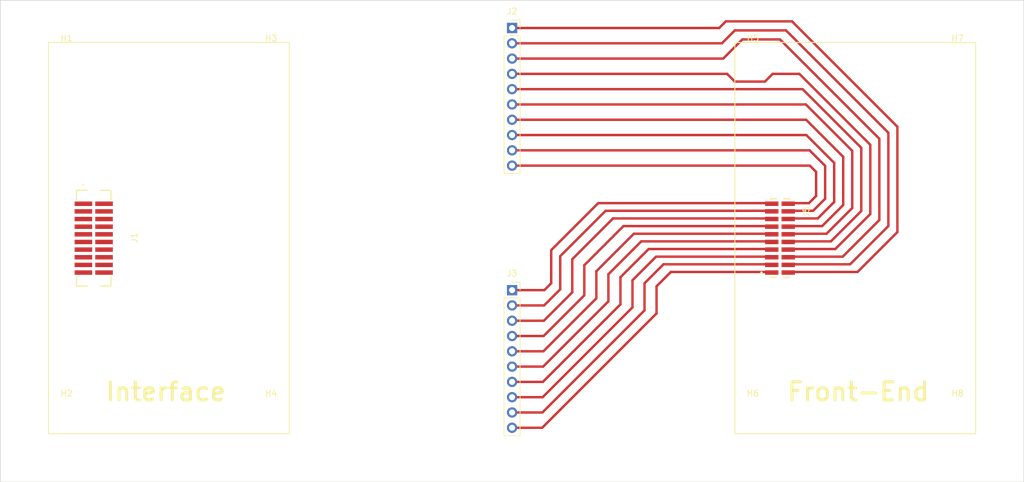
<source format=kicad_pcb>
(kicad_pcb (version 20211014) (generator pcbnew)
  (layers (0 "F.Cu" signal) (31 "B.Cu" signal) (34 "B.Paste" user) (35 "F.Paste" user) (36 "B.SilkS" user "B.Silkscreen") (37 "F.SilkS" user "F.Silkscreen") (38 "B.Mask" user) (39 "F.Mask" user) (44 "Edge.Cuts" user))
  (net 0 "")
  (net 1 "Net-(J1-Pad01)")
  (net 2 "Net-(J1-Pad02)")
  (net 3 "Net-(J1-Pad03)")
  (net 4 "Net-(J1-Pad04)")
  (net 5 "Net-(J1-Pad05)")
  (net 6 "Net-(J1-Pad06)")
  (net 7 "Net-(J1-Pad07)")
  (net 8 "Net-(J1-Pad08)")
  (net 9 "Net-(J1-Pad09)")
  (net 10 "Net-(J1-Pad10)")
  (net 11 "Net-(J1-Pad11)")
  (net 12 "Net-(J1-Pad12)")
  (net 13 "Net-(J1-Pad13)")
  (net 14 "Net-(J1-Pad14)")
  (net 15 "Net-(J1-Pad15)")
  (net 16 "Net-(J1-Pad16)")
  (net 17 "Net-(J1-Pad17)")
  (net 18 "Net-(J1-Pad18)")
  (net 19 "Net-(J1-Pad19)")
  (net 20 "Net-(J1-Pad20)")
  (footprint "MountingHole:MountingHole_2.7mm_M2.5" (layer "F.Cu") (at 100 60)
    (fp_text reference "H3" (at 0 -3.7) (layer "F.SilkS"))
    (fp_text value "MountingHole")
    (pad "" np_thru_hole circle (at 0 0) (size 2.7 2.7) (drill 2.7) (layers *.Cu *.Mask))
  )
  (footprint "MountingHole:MountingHole_2.7mm_M2.5" (layer "F.Cu") (at 180 119)
    (fp_text reference "H6" (at 0 -3.7) (layer "F.SilkS"))
    (fp_text value "MountingHole")
    (pad "" np_thru_hole circle (at 0 0) (size 2.7 2.7) (drill 2.7) (layers *.Cu *.Mask))
  )
  (footprint "MountingHole:MountingHole_2.7mm_M2.5" (layer "F.Cu") (at 214 60)
    (fp_text reference "H7" (at 0 -3.7) (layer "F.SilkS"))
    (fp_text value "MountingHole")
    (pad "" np_thru_hole circle (at 0 0) (size 2.7 2.7) (drill 2.7) (layers *.Cu *.Mask))
  )
  (footprint "MountingHole:MountingHole_2.7mm_M2.5" (layer "F.Cu") (at 214 119)
    (fp_text reference "H8" (at 0 -3.7) (layer "F.SilkS"))
    (fp_text value "MountingHole")
    (pad "" np_thru_hole circle (at 0 0) (size 2.7 2.7) (drill 2.7) (layers *.Cu *.Mask))
  )
  (footprint "Connector_PinSocket_2.54mm:PinSocket_1x10_P2.54mm_Vertical" (layer "F.Cu") (at 140 98.14)
    (fp_text reference "J3" (at 0 -2.77) (layer "F.SilkS"))
    (fp_text value "Conn_01x10")
    (fp_line (start -1.33 1.27) (end -1.33 24.19) (layer "F.SilkS") (width 0.12))
    (fp_line (start 0 -1.33) (end 1.33 -1.33) (layer "F.SilkS") (width 0.12))
    (fp_line (start 1.33 1.27) (end 1.33 24.19) (layer "F.SilkS") (width 0.12))
    (fp_line (start -1.33 24.19) (end 1.33 24.19) (layer "F.SilkS") (width 0.12))
    (fp_line (start -1.33 1.27) (end 1.33 1.27) (layer "F.SilkS") (width 0.12))
    (fp_line (start 1.33 -1.33) (end 1.33 0) (layer "F.SilkS") (width 0.12))
    (pad "1" thru_hole rect (at 0 0) (size 1.7 1.7) (drill 1) (layers *.Cu *.Mask) (net 20 "Net-(J1-Pad20)"))
    (pad "2" thru_hole oval (at 0 2.54) (size 1.7 1.7) (drill 1) (layers *.Cu *.Mask) (net 18 "Net-(J1-Pad18)"))
    (pad "3" thru_hole oval (at 0 5.08) (size 1.7 1.7) (drill 1) (layers *.Cu *.Mask) (net 16 "Net-(J1-Pad16)"))
    (pad "4" thru_hole oval (at 0 7.62) (size 1.7 1.7) (drill 1) (layers *.Cu *.Mask) (net 14 "Net-(J1-Pad14)"))
    (pad "5" thru_hole oval (at 0 10.16) (size 1.7 1.7) (drill 1) (layers *.Cu *.Mask) (net 12 "Net-(J1-Pad12)"))
    (pad "6" thru_hole oval (at 0 12.7) (size 1.7 1.7) (drill 1) (layers *.Cu *.Mask) (net 10 "Net-(J1-Pad10)"))
    (pad "7" thru_hole oval (at 0 15.24) (size 1.7 1.7) (drill 1) (layers *.Cu *.Mask) (net 8 "Net-(J1-Pad08)"))
    (pad "8" thru_hole oval (at 0 17.78) (size 1.7 1.7) (drill 1) (layers *.Cu *.Mask) (net 6 "Net-(J1-Pad06)"))
    (pad "9" thru_hole oval (at 0 20.32) (size 1.7 1.7) (drill 1) (layers *.Cu *.Mask) (net 4 "Net-(J1-Pad04)"))
    (pad "10" thru_hole oval (at 0 22.86) (size 1.7 1.7) (drill 1) (layers *.Cu *.Mask) (net 2 "Net-(J1-Pad02)"))
  )
  (footprint "MountingHole:MountingHole_2.7mm_M2.5" (layer "F.Cu") (at 100 119)
    (fp_text reference "H4" (at 0 -3.7) (layer "F.SilkS"))
    (fp_text value "MountingHole")
    (pad "" np_thru_hole circle (at 0 0) (size 2.7 2.7) (drill 2.7) (layers *.Cu *.Mask))
  )
  (footprint "MountingHole:MountingHole_2.7mm_M2.5" (layer "F.Cu") (at 66 60)
    (fp_text reference "H1" (at 0 -3.7) (layer "F.SilkS"))
    (fp_text value "MountingHole")
    (pad "" np_thru_hole circle (at 0 0) (size 2.7 2.7) (drill 2.7) (layers *.Cu *.Mask))
  )
  (footprint "GGS_Connectors:SAMTEC_TFC-110-02-F-D-A-P-FR" (layer "F.Cu") (at 70.5 89.5 -90)
    (fp_text reference "J1" (at -0.05 -6.775 -90) (layer "F.SilkS"))
    (fp_text value "TFC-110-02-F-D-A-P-FR")
    (fp_line (start 7.945 -1.079) (end 7.945 -2.875) (layer "F.SilkS") (width 0.2))
    (fp_line (start -7.935 -2.875) (end -7.935 -1.079) (layer "F.SilkS") (width 0.2))
    (fp_line (start -7.935 -2.875) (end -6.43 -2.875) (layer "F.SilkS") (width 0.2))
    (fp_line (start 7.945 2.845) (end 7.945 1.049) (layer "F.SilkS") (width 0.2))
    (fp_line (start -7.935 1.049) (end -7.935 2.845) (layer "F.SilkS") (width 0.2))
    (fp_line (start 6.44 2.845) (end 7.945 2.845) (layer "F.SilkS") (width 0.2))
    (fp_line (start 6.44 -2.875) (end 7.945 -2.875) (layer "F.SilkS") (width 0.2))
    (fp_line (start -6.43 2.845) (end -7.935 2.845) (layer "F.SilkS") (width 0.2))
    (fp_circle (center -8.835 1.7) (end -8.735 1.7) (layer "F.SilkS") (width 0.2) (fill none))
    (pad "" np_thru_hole circle (at -7.3 -0.015 270) (size 1.42 1.42) (drill 1.42) (layers *.Cu *.Mask))
    (pad "" np_thru_hole circle (at 7.31 -0.015 270) (size 1.42 1.42) (drill 1.42) (layers *.Cu *.Mask))
    (pad "01" smd rect (at -5.71 1.7 270) (size 0.74 2.92) (layers "F.Cu" "F.Paste" "F.Mask") (net 1 "Net-(J1-Pad01)"))
    (pad "02" smd rect (at -5.71 -1.73 270) (size 0.74 2.92) (layers "F.Cu" "F.Paste" "F.Mask") (net 2 "Net-(J1-Pad02)"))
    (pad "03" smd rect (at -4.44 1.7 270) (size 0.74 2.92) (layers "F.Cu" "F.Paste" "F.Mask") (net 3 "Net-(J1-Pad03)"))
    (pad "04" smd rect (at -4.44 -1.73 270) (size 0.74 2.92) (layers "F.Cu" "F.Paste" "F.Mask") (net 4 "Net-(J1-Pad04)"))
    (pad "05" smd rect (at -3.17 1.7 270) (size 0.74 2.92) (layers "F.Cu" "F.Paste" "F.Mask") (net 5 "Net-(J1-Pad05)"))
    (pad "06" smd rect (at -3.17 -1.73 270) (size 0.74 2.92) (layers "F.Cu" "F.Paste" "F.Mask") (net 6 "Net-(J1-Pad06)"))
    (pad "07" smd rect (at -1.9 1.7 270) (size 0.74 2.92) (layers "F.Cu" "F.Paste" "F.Mask") (net 7 "Net-(J1-Pad07)"))
    (pad "08" smd rect (at -1.9 -1.73 270) (size 0.74 2.92) (layers "F.Cu" "F.Paste" "F.Mask") (net 8 "Net-(J1-Pad08)"))
    (pad "09" smd rect (at -0.63 1.7 270) (size 0.74 2.92) (layers "F.Cu" "F.Paste" "F.Mask") (net 9 "Net-(J1-Pad09)"))
    (pad "10" smd rect (at -0.63 -1.73 270) (size 0.74 2.92) (layers "F.Cu" "F.Paste" "F.Mask") (net 10 "Net-(J1-Pad10)"))
    (pad "11" smd rect (at 0.64 1.7 270) (size 0.74 2.92) (layers "F.Cu" "F.Paste" "F.Mask") (net 11 "Net-(J1-Pad11)"))
    (pad "12" smd rect (at 0.64 -1.73 270) (size 0.74 2.92) (layers "F.Cu" "F.Paste" "F.Mask") (net 12 "Net-(J1-Pad12)"))
    (pad "13" smd rect (at 1.91 1.7 270) (size 0.74 2.92) (layers "F.Cu" "F.Paste" "F.Mask") (net 13 "Net-(J1-Pad13)"))
    (pad "14" smd rect (at 1.91 -1.73 270) (size 0.74 2.92) (layers "F.Cu" "F.Paste" "F.Mask") (net 14 "Net-(J1-Pad14)"))
    (pad "15" smd rect (at 3.18 1.7 270) (size 0.74 2.92) (layers "F.Cu" "F.Paste" "F.Mask") (net 15 "Net-(J1-Pad15)"))
    (pad "16" smd rect (at 3.18 -1.73 270) (size 0.74 2.92) (layers "F.Cu" "F.Paste" "F.Mask") (net 16 "Net-(J1-Pad16)"))
    (pad "17" smd rect (at 4.45 1.7 270) (size 0.74 2.92) (layers "F.Cu" "F.Paste" "F.Mask") (net 17 "Net-(J1-Pad17)"))
    (pad "18" smd rect (at 4.45 -1.73 270) (size 0.74 2.92) (layers "F.Cu" "F.Paste" "F.Mask") (net 18 "Net-(J1-Pad18)"))
    (pad "19" smd rect (at 5.72 1.7 270) (size 0.74 2.92) (layers "F.Cu" "F.Paste" "F.Mask") (net 19 "Net-(J1-Pad19)"))
    (pad "20" smd rect (at 5.72 -1.73 270) (size 0.74 2.92) (layers "F.Cu" "F.Paste" "F.Mask") (net 20 "Net-(J1-Pad20)"))
  )
  (footprint "GGS_Connectors:SAMTEC_SFC-110-T2-F-D-A-TR" (layer "F.Cu") (at 184.5 89.5 -90)
    (fp_text reference "J5" (at -4.365 -4.36 90) (layer "F.SilkS"))
    (fp_text value "TFC-110-02-F-D-A-P-FR")
    (fp_line (start 6.54 -1.525) (end 6.54 -0.635) (layer "F.SilkS") (width 0.2))
    (fp_line (start -6.54 1.525) (end -6.54 0.635) (layer "F.SilkS") (width 0.2))
    (fp_line (start -6.54 1.525) (end -6.435 1.525) (layer "F.SilkS") (width 0.2))
    (fp_line (start 6.54 1.525) (end 6.435 1.525) (layer "F.SilkS") (width 0.2))
    (fp_line (start -6.54 -1.525) (end -6.435 -1.525) (layer "F.SilkS") (width 0.2))
    (fp_line (start 6.54 1.525) (end 6.54 0.635) (layer "F.SilkS") (width 0.2))
    (fp_line (start 6.54 -1.525) (end 6.435 -1.525) (layer "F.SilkS") (width 0.2))
    (fp_line (start -6.54 -1.525) (end -6.54 -0.635) (layer "F.SilkS") (width 0.2))
    (fp_circle (center 5.715 3.075) (end 5.815 3.075) (layer "F.SilkS") (width 0.2) (fill none))
    (pad "" np_thru_hole circle (at -7.305 0 270) (size 1.42 1.42) (drill 1.42) (layers *.Cu *.Mask))
    (pad "" np_thru_hole circle (at 7.305 0 270) (size 1.42 1.42) (drill 1.42) (layers *.Cu *.Mask))
    (pad "01" smd rect (at 5.715 1.365 270) (size 0.74 2.22) (layers "F.Cu" "F.Paste" "F.Mask") (net 1 "Net-(J1-Pad01)"))
    (pad "02" smd rect (at 5.715 -1.365 270) (size 0.74 2.22) (layers "F.Cu" "F.Paste" "F.Mask") (net 2 "Net-(J1-Pad02)"))
    (pad "03" smd rect (at 4.445 1.365 270) (size 0.74 2.22) (layers "F.Cu" "F.Paste" "F.Mask") (net 3 "Net-(J1-Pad03)"))
    (pad "04" smd rect (at 4.445 -1.365 270) (size 0.74 2.22) (layers "F.Cu" "F.Paste" "F.Mask") (net 4 "Net-(J1-Pad04)"))
    (pad "05" smd rect (at 3.175 1.365 270) (size 0.74 2.22) (layers "F.Cu" "F.Paste" "F.Mask") (net 5 "Net-(J1-Pad05)"))
    (pad "06" smd rect (at 3.175 -1.365 270) (size 0.74 2.22) (layers "F.Cu" "F.Paste" "F.Mask") (net 6 "Net-(J1-Pad06)"))
    (pad "07" smd rect (at 1.905 1.365 270) (size 0.74 2.22) (layers "F.Cu" "F.Paste" "F.Mask") (net 7 "Net-(J1-Pad07)"))
    (pad "08" smd rect (at 1.905 -1.365 270) (size 0.74 2.22) (layers "F.Cu" "F.Paste" "F.Mask") (net 8 "Net-(J1-Pad08)"))
    (pad "09" smd rect (at 0.635 1.365 270) (size 0.74 2.22) (layers "F.Cu" "F.Paste" "F.Mask") (net 9 "Net-(J1-Pad09)"))
    (pad "10" smd rect (at 0.635 -1.365 270) (size 0.74 2.22) (layers "F.Cu" "F.Paste" "F.Mask") (net 10 "Net-(J1-Pad10)"))
    (pad "11" smd rect (at -0.635 1.365 270) (size 0.74 2.22) (layers "F.Cu" "F.Paste" "F.Mask") (net 11 "Net-(J1-Pad11)"))
    (pad "12" smd rect (at -0.635 -1.365 270) (size 0.74 2.22) (layers "F.Cu" "F.Paste" "F.Mask") (net 12 "Net-(J1-Pad12)"))
    (pad "13" smd rect (at -1.905 1.365 270) (size 0.74 2.22) (layers "F.Cu" "F.Paste" "F.Mask") (net 13 "Net-(J1-Pad13)"))
    (pad "14" smd rect (at -1.905 -1.365 270) (size 0.74 2.22) (layers "F.Cu" "F.Paste" "F.Mask") (net 14 "Net-(J1-Pad14)"))
    (pad "15" smd rect (at -3.175 1.365 270) (size 0.74 2.22) (layers "F.Cu" "F.Paste" "F.Mask") (net 15 "Net-(J1-Pad15)"))
    (pad "16" smd rect (at -3.175 -1.365 270) (size 0.74 2.22) (layers "F.Cu" "F.Paste" "F.Mask") (net 16 "Net-(J1-Pad16)"))
    (pad "17" smd rect (at -4.445 1.365 270) (size 0.74 2.22) (layers "F.Cu" "F.Paste" "F.Mask") (net 17 "Net-(J1-Pad17)"))
    (pad "18" smd rect (at -4.445 -1.365 270) (size 0.74 2.22) (layers "F.Cu" "F.Paste" "F.Mask") (net 18 "Net-(J1-Pad18)"))
    (pad "19" smd rect (at -5.715 1.365 270) (size 0.74 2.22) (layers "F.Cu" "F.Paste" "F.Mask") (net 19 "Net-(J1-Pad19)"))
    (pad "20" smd rect (at -5.715 -1.365 270) (size 0.74 2.22) (layers "F.Cu" "F.Paste" "F.Mask") (net 20 "Net-(J1-Pad20)"))
  )
  (footprint "Connector_PinSocket_2.54mm:PinSocket_1x10_P2.54mm_Vertical" (layer "F.Cu") (at 140 54.6)
    (fp_text reference "J2" (at 0 -2.77) (layer "F.SilkS"))
    (fp_text value "Conn_01x10")
    (fp_line (start -1.33 1.27) (end -1.33 24.19) (layer "F.SilkS") (width 0.12))
    (fp_line (start -1.33 24.19) (end 1.33 24.19) (layer "F.SilkS") (width 0.12))
    (fp_line (start 1.33 1.27) (end 1.33 24.19) (layer "F.SilkS") (width 0.12))
    (fp_line (start 0 -1.33) (end 1.33 -1.33) (layer "F.SilkS") (width 0.12))
    (fp_line (start -1.33 1.27) (end 1.33 1.27) (layer "F.SilkS") (width 0.12))
    (fp_line (start 1.33 -1.33) (end 1.33 0) (layer "F.SilkS") (width 0.12))
    (pad "1" thru_hole rect (at 0 0) (size 1.7 1.7) (drill 1) (layers *.Cu *.Mask) (net 1 "Net-(J1-Pad01)"))
    (pad "2" thru_hole oval (at 0 2.54) (size 1.7 1.7) (drill 1) (layers *.Cu *.Mask) (net 3 "Net-(J1-Pad03)"))
    (pad "3" thru_hole oval (at 0 5.08) (size 1.7 1.7) (drill 1) (layers *.Cu *.Mask) (net 5 "Net-(J1-Pad05)"))
    (pad "4" thru_hole oval (at 0 7.62) (size 1.7 1.7) (drill 1) (layers *.Cu *.Mask) (net 7 "Net-(J1-Pad07)"))
    (pad "5" thru_hole oval (at 0 10.16) (size 1.7 1.7) (drill 1) (layers *.Cu *.Mask) (net 9 "Net-(J1-Pad09)"))
    (pad "6" thru_hole oval (at 0 12.7) (size 1.7 1.7) (drill 1) (layers *.Cu *.Mask) (net 11 "Net-(J1-Pad11)"))
    (pad "7" thru_hole oval (at 0 15.24) (size 1.7 1.7) (drill 1) (layers *.Cu *.Mask) (net 13 "Net-(J1-Pad13)"))
    (pad "8" thru_hole oval (at 0 17.78) (size 1.7 1.7) (drill 1) (layers *.Cu *.Mask) (net 15 "Net-(J1-Pad15)"))
    (pad "9" thru_hole oval (at 0 20.32) (size 1.7 1.7) (drill 1) (layers *.Cu *.Mask) (net 17 "Net-(J1-Pad17)"))
    (pad "10" thru_hole oval (at 0 22.86) (size 1.7 1.7) (drill 1) (layers *.Cu *.Mask) (net 19 "Net-(J1-Pad19)"))
  )
  (footprint "MountingHole:MountingHole_2.7mm_M2.5" (layer "F.Cu") (at 66 119)
    (fp_text reference "H2" (at 0 -3.7) (layer "F.SilkS"))
    (fp_text value "MountingHole")
    (pad "" np_thru_hole circle (at 0 0) (size 2.7 2.7) (drill 2.7) (layers *.Cu *.Mask))
  )
  (footprint "MountingHole:MountingHole_2.7mm_M2.5" (layer "F.Cu") (at 180 60)
    (fp_text reference "H5" (at 0 -3.7) (layer "F.SilkS"))
    (fp_text value "MountingHole")
    (pad "" np_thru_hole circle (at 0 0) (size 2.7 2.7) (drill 2.7) (layers *.Cu *.Mask))
  )
  (gr_rect (start 177 57) (end 217 122) (layer "F.SilkS") (width 0.15) (fill none))
  (gr_rect (start 63 57) (end 103 122) (layer "F.SilkS") (width 0.15) (fill none))
  (gr_rect (start 55 50) (end 225 130) (layer "Edge.Cuts") (width 0.1) (fill none))
  (gr_text "Front-End" (at 197.5 115) (layer "F.SilkS") (effects (font (size 3 3) (thickness 0.5))))
  (gr_text "Interface" (at 82.5 115) (layer "F.SilkS") (effects (font (size 3 3) (thickness 0.5))))
  (segment (start 204 71) (end 186.5 53.5) (width 0.4) (layer "F.Cu") (net 1))
  (segment (start 174.4 54.6) (end 140 54.6) (width 0.4) (layer "F.Cu") (net 1))
  (segment (start 204 88.5) (end 204 71) (width 0.4) (layer "F.Cu") (net 1))
  (segment (start 197.38 95.12) (end 204 88.5) (width 0.4) (layer "F.Cu") (net 1))
  (segment (start 186.5 53.5) (end 175.5 53.5) (width 0.4) (layer "F.Cu") (net 1))
  (segment (start 175.5 53.5) (end 174.4 54.6) (width 0.4) (layer "F.Cu") (net 1))
  (segment (start 186.215 95.12) (end 197.38 95.12) (width 0.4) (layer "F.Cu") (net 1))
  (segment (start 182.785 95.12) (end 166.38 95.12) (width 0.4) (layer "F.Cu") (net 2))
  (segment (start 145 121) (end 140 121) (width 0.4) (layer "F.Cu") (net 2))
  (segment (start 164 102) (end 145 121) (width 0.4) (layer "F.Cu") (net 2))
  (segment (start 164 97.5) (end 164 102) (width 0.4) (layer "F.Cu") (net 2))
  (segment (start 166.38 95.12) (end 164 97.5) (width 0.4) (layer "F.Cu") (net 2))
  (segment (start 202.5 87.5) (end 196.15 93.85) (width 0.4) (layer "F.Cu") (net 3))
  (segment (start 140 57.14) (end 174.86 57.14) (width 0.4) (layer "F.Cu") (net 3))
  (segment (start 177 55) (end 185.5 55) (width 0.4) (layer "F.Cu") (net 3))
  (segment (start 202.5 72) (end 202.5 87.5) (width 0.4) (layer "F.Cu") (net 3))
  (segment (start 174.86 57.14) (end 177 55) (width 0.4) (layer "F.Cu") (net 3))
  (segment (start 196.15 93.85) (end 186.215 93.85) (width 0.4) (layer "F.Cu") (net 3))
  (segment (start 185.5 55) (end 202.5 72) (width 0.4) (layer "F.Cu") (net 3))
  (segment (start 162 97) (end 165.15 93.85) (width 0.4) (layer "F.Cu") (net 4))
  (segment (start 140 118.46) (end 145.04 118.46) (width 0.4) (layer "F.Cu") (net 4))
  (segment (start 162 101.5) (end 162 97) (width 0.4) (layer "F.Cu") (net 4))
  (segment (start 165.15 93.85) (end 182.785 93.85) (width 0.4) (layer "F.Cu") (net 4))
  (segment (start 145.04 118.46) (end 162 101.5) (width 0.4) (layer "F.Cu") (net 4))
  (segment (start 201 73) (end 201 86.5) (width 0.4) (layer "F.Cu") (net 5))
  (segment (start 194.92 92.58) (end 186.215 92.58) (width 0.4) (layer "F.Cu") (net 5))
  (segment (start 175.07 59.68) (end 178.25 56.5) (width 0.4) (layer "F.Cu") (net 5))
  (segment (start 201 86.5) (end 194.92 92.58) (width 0.4) (layer "F.Cu") (net 5))
  (segment (start 178.25 56.5) (end 184.5 56.5) (width 0.4) (layer "F.Cu") (net 5))
  (segment (start 184.5 56.5) (end 201 73) (width 0.4) (layer "F.Cu") (net 5))
  (segment (start 140 59.68) (end 175.07 59.68) (width 0.4) (layer "F.Cu") (net 5))
  (segment (start 145.08 115.92) (end 140 115.92) (width 0.4) (layer "F.Cu") (net 6))
  (segment (start 163.92 92.58) (end 160 96.5) (width 0.4) (layer "F.Cu") (net 6))
  (segment (start 160 101) (end 145.08 115.92) (width 0.4) (layer "F.Cu") (net 6))
  (segment (start 160 96.5) (end 160 101) (width 0.4) (layer "F.Cu") (net 6))
  (segment (start 182.785 92.58) (end 163.92 92.58) (width 0.4) (layer "F.Cu") (net 6))
  (segment (start 199.5 74) (end 187.72 62.22) (width 0.4) (layer "F.Cu") (net 7))
  (segment (start 187.72 62.22) (end 183.28 62.22) (width 0.4) (layer "F.Cu") (net 7))
  (segment (start 199.5 85.5) (end 199.5 74) (width 0.4) (layer "F.Cu") (net 7))
  (segment (start 182 63.5) (end 177 63.5) (width 0.4) (layer "F.Cu") (net 7))
  (segment (start 186.215 91.31) (end 193.69 91.31) (width 0.4) (layer "F.Cu") (net 7))
  (segment (start 175.72 62.22) (end 140 62.22) (width 0.4) (layer "F.Cu") (net 7))
  (segment (start 177 63.5) (end 175.72 62.22) (width 0.4) (layer "F.Cu") (net 7))
  (segment (start 193.69 91.31) (end 199.5 85.5) (width 0.4) (layer "F.Cu") (net 7))
  (segment (start 183.28 62.22) (end 182 63.5) (width 0.4) (layer "F.Cu") (net 7))
  (segment (start 145.12 113.38) (end 158 100.5) (width 0.4) (layer "F.Cu") (net 8))
  (segment (start 152 94) (end 158.5 87.5) (width 0.4) (layer "F.Cu") (net 8))
  (segment (start 152 99) (end 152 94) (width 0.4) (layer "F.Cu") (net 8))
  (segment (start 140 113.38) (end 145.12 113.38) (width 0.4) (layer "F.Cu") (net 8))
  (segment (start 158.5 87.5) (end 182.785 87.5) (width 0.4) (layer "F.Cu") (net 8))
  (segment (start 158 96) (end 162.69 91.31) (width 0.4) (layer "F.Cu") (net 8))
  (segment (start 162.69 91.31) (end 182.785 91.31) (width 0.4) (layer "F.Cu") (net 8))
  (segment (start 140 105.76) (end 145.24 105.76) (width 0.4) (layer "F.Cu") (net 8))
  (segment (start 145.24 105.76) (end 152 99) (width 0.4) (layer "F.Cu") (net 8))
  (segment (start 158 100.5) (end 158 96) (width 0.4) (layer "F.Cu") (net 8))
  (segment (start 188.26 64.76) (end 198 74.5) (width 0.4) (layer "F.Cu") (net 9))
  (segment (start 198 74.5) (end 198 85) (width 0.4) (layer "F.Cu") (net 9))
  (segment (start 198 85) (end 192.96 90.04) (width 0.4) (layer "F.Cu") (net 9))
  (segment (start 140 64.76) (end 188.26 64.76) (width 0.4) (layer "F.Cu") (net 9))
  (segment (start 192.96 90.04) (end 186.215 90.04) (width 0.4) (layer "F.Cu") (net 9))
  (segment (start 156 100) (end 156 95.5) (width 0.4) (layer "F.Cu") (net 10))
  (segment (start 161.46 90.04) (end 182.785 90.04) (width 0.4) (layer "F.Cu") (net 10))
  (segment (start 156 95.5) (end 161.46 90.04) (width 0.4) (layer "F.Cu") (net 10))
  (segment (start 140 110.84) (end 145.16 110.84) (width 0.4) (layer "F.Cu") (net 10))
  (segment (start 145.16 110.84) (end 156 100) (width 0.4) (layer "F.Cu") (net 10))
  (segment (start 196.5 84.5) (end 196.5 75) (width 0.4) (layer "F.Cu") (net 11))
  (segment (start 186.215 88.77) (end 192.23 88.77) (width 0.4) (layer "F.Cu") (net 11))
  (segment (start 196.5 75) (end 188.8 67.3) (width 0.4) (layer "F.Cu") (net 11))
  (segment (start 192.23 88.77) (end 196.5 84.5) (width 0.4) (layer "F.Cu") (net 11))
  (segment (start 188.8 67.3) (end 140 67.3) (width 0.4) (layer "F.Cu") (net 11))
  (segment (start 154 99.5) (end 145.2 108.3) (width 0.4) (layer "F.Cu") (net 12))
  (segment (start 160.23 88.77) (end 154 95) (width 0.4) (layer "F.Cu") (net 12))
  (segment (start 154 95) (end 154 99.5) (width 0.4) (layer "F.Cu") (net 12))
  (segment (start 145.2 108.3) (end 140 108.3) (width 0.4) (layer "F.Cu") (net 12))
  (segment (start 182.785 88.77) (end 160.23 88.77) (width 0.4) (layer "F.Cu") (net 12))
  (segment (start 195 84) (end 191.5 87.5) (width 0.4) (layer "F.Cu") (net 13))
  (segment (start 188.84 69.84) (end 195 76) (width 0.4) (layer "F.Cu") (net 13))
  (segment (start 191.5 87.5) (end 186.215 87.5) (width 0.4) (layer "F.Cu") (net 13))
  (segment (start 140 69.84) (end 188.84 69.84) (width 0.4) (layer "F.Cu") (net 13))
  (segment (start 195 76) (end 195 84) (width 0.4) (layer "F.Cu") (net 13))
  (segment (start 190.77 86.23) (end 193.5 83.5) (width 0.4) (layer "F.Cu") (net 15))
  (segment (start 188.88 72.38) (end 140 72.38) (width 0.4) (layer "F.Cu") (net 15))
  (segment (start 193.5 77) (end 188.88 72.38) (width 0.4) (layer "F.Cu") (net 15))
  (segment (start 186.215 86.23) (end 190.77 86.23) (width 0.4) (layer "F.Cu") (net 15))
  (segment (start 193.5 83.5) (end 193.5 77) (width 0.4) (layer "F.Cu") (net 15))
  (segment (start 150 93) (end 150 98.5) (width 0.4) (layer "F.Cu") (net 16))
  (segment (start 150 98.5) (end 145.28 103.22) (width 0.4) (layer "F.Cu") (net 16))
  (segment (start 145.28 103.22) (end 140 103.22) (width 0.4) (layer "F.Cu") (net 16))
  (segment (start 156.77 86.23) (end 150 93) (width 0.4) (layer "F.Cu") (net 16))
  (segment (start 182.785 86.23) (end 156.77 86.23) (width 0.4) (layer "F.Cu") (net 16))
  (segment (start 192 82.96) (end 190 84.96) (width 0.4) (layer "F.Cu") (net 17))
  (segment (start 190 84.96) (end 186.215 84.96) (width 0.4) (layer "F.Cu") (net 17))
  (segment (start 140 74.92) (end 189.42 74.92) (width 0.4) (layer "F.Cu") (net 17))
  (segment (start 192 77.5) (end 192 82.96) (width 0.4) (layer "F.Cu") (net 17))
  (segment (start 189.42 74.92) (end 192 77.5) (width 0.4) (layer "F.Cu") (net 17))
  (segment (start 140 100.68) (end 145.32 100.68) (width 0.4) (layer "F.Cu") (net 18))
  (segment (start 145.32 100.68) (end 148 98) (width 0.4) (layer "F.Cu") (net 18))
  (segment (start 148 92.5) (end 155.54 84.96) (width 0.4) (layer "F.Cu") (net 18))
  (segment (start 155.54 84.96) (end 182.785 84.96) (width 0.4) (layer "F.Cu") (net 18))
  (segment (start 148 98) (end 148 92.5) (width 0.4) (layer "F.Cu") (net 18))
  (segment (start 190.5 82.5) (end 190.5 78.5) (width 0.4) (layer "F.Cu") (net 19))
  (segment (start 189.46 77.46) (end 140 77.46) (width 0.4) (layer "F.Cu") (net 19))
  (segment (start 190.5 78.5) (end 189.46 77.46) (width 0.4) (layer "F.Cu") (net 19))
  (segment (start 186.215 83.69) (end 189.31 83.69) (width 0.4) (layer "F.Cu") (net 19))
  (segment (start 189.31 83.69) (end 190.5 82.5) (width 0.4) (layer "F.Cu") (net 19))
  (segment (start 146.5 97) (end 145.36 98.14) (width 0.4) (layer "F.Cu") (net 20))
  (segment (start 146.5 91.5) (end 146.5 97) (width 0.4) (layer "F.Cu") (net 20))
  (segment (start 154.31 83.69) (end 146.5 91.5) (width 0.4) (layer "F.Cu") (net 20))
  (segment (start 145.36 98.14) (end 140 98.14) (width 0.4) (layer "F.Cu") (net 20))
  (segment (start 182.785 83.69) (end 154.31 83.69) (width 0.4) (layer "F.Cu") (net 20))
)
</source>
